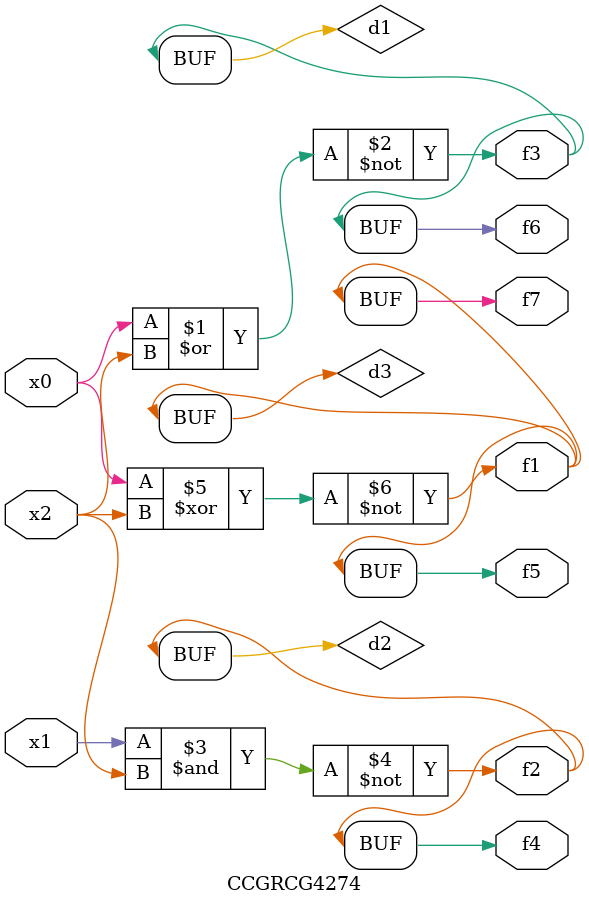
<source format=v>
module CCGRCG4274(
	input x0, x1, x2,
	output f1, f2, f3, f4, f5, f6, f7
);

	wire d1, d2, d3;

	nor (d1, x0, x2);
	nand (d2, x1, x2);
	xnor (d3, x0, x2);
	assign f1 = d3;
	assign f2 = d2;
	assign f3 = d1;
	assign f4 = d2;
	assign f5 = d3;
	assign f6 = d1;
	assign f7 = d3;
endmodule

</source>
